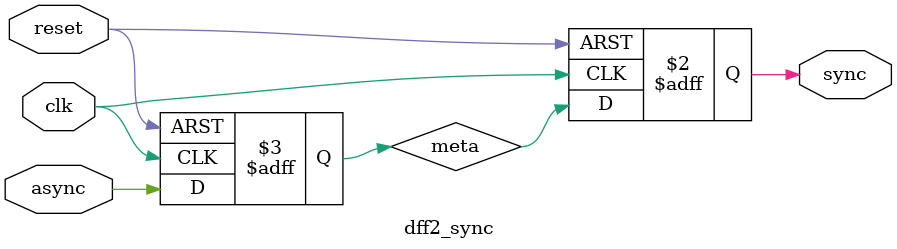
<source format=v>
`timescale 1ns / 1ps


module dff2_sync #(parameter RESET_VAL = 1)(
    input async,
    input clk,
    input reset,
    output reg sync
    );
    
    reg meta;
    
    always @(posedge clk or posedge reset) begin
        if(reset) begin
            meta <= RESET_VAL;
            sync <= RESET_VAL;
        end
        else begin
            meta <= async;
            sync <= meta;
        end
    end
endmodule

</source>
